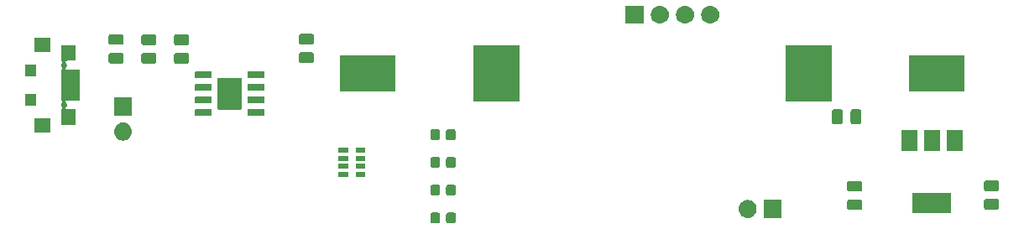
<source format=gbr>
G04 #@! TF.GenerationSoftware,KiCad,Pcbnew,5.1.2*
G04 #@! TF.CreationDate,2019-05-27T08:48:40-05:00*
G04 #@! TF.ProjectId,14500,31343530-302e-46b6-9963-61645f706362,rev?*
G04 #@! TF.SameCoordinates,Original*
G04 #@! TF.FileFunction,Soldermask,Top*
G04 #@! TF.FilePolarity,Negative*
%FSLAX46Y46*%
G04 Gerber Fmt 4.6, Leading zero omitted, Abs format (unit mm)*
G04 Created by KiCad (PCBNEW 5.1.2) date 2019-05-27 08:48:40*
%MOMM*%
%LPD*%
G04 APERTURE LIST*
%ADD10C,0.100000*%
G04 APERTURE END LIST*
D10*
G36*
X155517091Y-76878085D02*
G01*
X155551069Y-76888393D01*
X155582390Y-76905134D01*
X155609839Y-76927661D01*
X155632366Y-76955110D01*
X155649107Y-76986431D01*
X155659415Y-77020409D01*
X155663500Y-77061890D01*
X155663500Y-77738110D01*
X155659415Y-77779591D01*
X155649107Y-77813569D01*
X155632366Y-77844890D01*
X155609839Y-77872339D01*
X155582390Y-77894866D01*
X155551069Y-77911607D01*
X155517091Y-77921915D01*
X155475610Y-77926000D01*
X154874390Y-77926000D01*
X154832909Y-77921915D01*
X154798931Y-77911607D01*
X154767610Y-77894866D01*
X154740161Y-77872339D01*
X154717634Y-77844890D01*
X154700893Y-77813569D01*
X154690585Y-77779591D01*
X154686500Y-77738110D01*
X154686500Y-77061890D01*
X154690585Y-77020409D01*
X154700893Y-76986431D01*
X154717634Y-76955110D01*
X154740161Y-76927661D01*
X154767610Y-76905134D01*
X154798931Y-76888393D01*
X154832909Y-76878085D01*
X154874390Y-76874000D01*
X155475610Y-76874000D01*
X155517091Y-76878085D01*
X155517091Y-76878085D01*
G37*
G36*
X153942091Y-76878085D02*
G01*
X153976069Y-76888393D01*
X154007390Y-76905134D01*
X154034839Y-76927661D01*
X154057366Y-76955110D01*
X154074107Y-76986431D01*
X154084415Y-77020409D01*
X154088500Y-77061890D01*
X154088500Y-77738110D01*
X154084415Y-77779591D01*
X154074107Y-77813569D01*
X154057366Y-77844890D01*
X154034839Y-77872339D01*
X154007390Y-77894866D01*
X153976069Y-77911607D01*
X153942091Y-77921915D01*
X153900610Y-77926000D01*
X153299390Y-77926000D01*
X153257909Y-77921915D01*
X153223931Y-77911607D01*
X153192610Y-77894866D01*
X153165161Y-77872339D01*
X153142634Y-77844890D01*
X153125893Y-77813569D01*
X153115585Y-77779591D01*
X153111500Y-77738110D01*
X153111500Y-77061890D01*
X153115585Y-77020409D01*
X153125893Y-76986431D01*
X153142634Y-76955110D01*
X153165161Y-76927661D01*
X153192610Y-76905134D01*
X153223931Y-76888393D01*
X153257909Y-76878085D01*
X153299390Y-76874000D01*
X153900610Y-76874000D01*
X153942091Y-76878085D01*
X153942091Y-76878085D01*
G37*
G36*
X185210443Y-75605519D02*
G01*
X185276627Y-75612037D01*
X185446466Y-75663557D01*
X185602991Y-75747222D01*
X185638729Y-75776552D01*
X185740186Y-75859814D01*
X185823448Y-75961271D01*
X185852778Y-75997009D01*
X185936443Y-76153534D01*
X185987963Y-76323373D01*
X186005359Y-76500000D01*
X185987963Y-76676627D01*
X185936443Y-76846466D01*
X185852778Y-77002991D01*
X185838483Y-77020409D01*
X185740186Y-77140186D01*
X185638729Y-77223448D01*
X185602991Y-77252778D01*
X185446466Y-77336443D01*
X185276627Y-77387963D01*
X185210442Y-77394482D01*
X185144260Y-77401000D01*
X185055740Y-77401000D01*
X184989558Y-77394482D01*
X184923373Y-77387963D01*
X184753534Y-77336443D01*
X184597009Y-77252778D01*
X184561271Y-77223448D01*
X184459814Y-77140186D01*
X184361517Y-77020409D01*
X184347222Y-77002991D01*
X184263557Y-76846466D01*
X184212037Y-76676627D01*
X184194641Y-76500000D01*
X184212037Y-76323373D01*
X184263557Y-76153534D01*
X184347222Y-75997009D01*
X184376552Y-75961271D01*
X184459814Y-75859814D01*
X184561271Y-75776552D01*
X184597009Y-75747222D01*
X184753534Y-75663557D01*
X184923373Y-75612037D01*
X184989557Y-75605519D01*
X185055740Y-75599000D01*
X185144260Y-75599000D01*
X185210443Y-75605519D01*
X185210443Y-75605519D01*
G37*
G36*
X188541000Y-77401000D02*
G01*
X186739000Y-77401000D01*
X186739000Y-75599000D01*
X188541000Y-75599000D01*
X188541000Y-77401000D01*
X188541000Y-77401000D01*
G37*
G36*
X205651000Y-76951000D02*
G01*
X201749000Y-76951000D01*
X201749000Y-74849000D01*
X205651000Y-74849000D01*
X205651000Y-76951000D01*
X205651000Y-76951000D01*
G37*
G36*
X196484468Y-75541065D02*
G01*
X196523138Y-75552796D01*
X196558777Y-75571846D01*
X196590017Y-75597483D01*
X196615654Y-75628723D01*
X196634704Y-75664362D01*
X196646435Y-75703032D01*
X196651000Y-75749388D01*
X196651000Y-76400612D01*
X196646435Y-76446968D01*
X196634704Y-76485638D01*
X196615654Y-76521277D01*
X196590017Y-76552517D01*
X196558777Y-76578154D01*
X196523138Y-76597204D01*
X196484468Y-76608935D01*
X196438112Y-76613500D01*
X195361888Y-76613500D01*
X195315532Y-76608935D01*
X195276862Y-76597204D01*
X195241223Y-76578154D01*
X195209983Y-76552517D01*
X195184346Y-76521277D01*
X195165296Y-76485638D01*
X195153565Y-76446968D01*
X195149000Y-76400612D01*
X195149000Y-75749388D01*
X195153565Y-75703032D01*
X195165296Y-75664362D01*
X195184346Y-75628723D01*
X195209983Y-75597483D01*
X195241223Y-75571846D01*
X195276862Y-75552796D01*
X195315532Y-75541065D01*
X195361888Y-75536500D01*
X196438112Y-75536500D01*
X196484468Y-75541065D01*
X196484468Y-75541065D01*
G37*
G36*
X210284468Y-75503565D02*
G01*
X210323138Y-75515296D01*
X210358777Y-75534346D01*
X210390017Y-75559983D01*
X210415654Y-75591223D01*
X210434704Y-75626862D01*
X210446435Y-75665532D01*
X210451000Y-75711888D01*
X210451000Y-76363112D01*
X210446435Y-76409468D01*
X210434704Y-76448138D01*
X210415654Y-76483777D01*
X210390017Y-76515017D01*
X210358777Y-76540654D01*
X210323138Y-76559704D01*
X210284468Y-76571435D01*
X210238112Y-76576000D01*
X209161888Y-76576000D01*
X209115532Y-76571435D01*
X209076862Y-76559704D01*
X209041223Y-76540654D01*
X209009983Y-76515017D01*
X208984346Y-76483777D01*
X208965296Y-76448138D01*
X208953565Y-76409468D01*
X208949000Y-76363112D01*
X208949000Y-75711888D01*
X208953565Y-75665532D01*
X208965296Y-75626862D01*
X208984346Y-75591223D01*
X209009983Y-75559983D01*
X209041223Y-75534346D01*
X209076862Y-75515296D01*
X209115532Y-75503565D01*
X209161888Y-75499000D01*
X210238112Y-75499000D01*
X210284468Y-75503565D01*
X210284468Y-75503565D01*
G37*
G36*
X155517091Y-74078085D02*
G01*
X155551069Y-74088393D01*
X155582390Y-74105134D01*
X155609839Y-74127661D01*
X155632366Y-74155110D01*
X155649107Y-74186431D01*
X155659415Y-74220409D01*
X155663500Y-74261890D01*
X155663500Y-74938110D01*
X155659415Y-74979591D01*
X155649107Y-75013569D01*
X155632366Y-75044890D01*
X155609839Y-75072339D01*
X155582390Y-75094866D01*
X155551069Y-75111607D01*
X155517091Y-75121915D01*
X155475610Y-75126000D01*
X154874390Y-75126000D01*
X154832909Y-75121915D01*
X154798931Y-75111607D01*
X154767610Y-75094866D01*
X154740161Y-75072339D01*
X154717634Y-75044890D01*
X154700893Y-75013569D01*
X154690585Y-74979591D01*
X154686500Y-74938110D01*
X154686500Y-74261890D01*
X154690585Y-74220409D01*
X154700893Y-74186431D01*
X154717634Y-74155110D01*
X154740161Y-74127661D01*
X154767610Y-74105134D01*
X154798931Y-74088393D01*
X154832909Y-74078085D01*
X154874390Y-74074000D01*
X155475610Y-74074000D01*
X155517091Y-74078085D01*
X155517091Y-74078085D01*
G37*
G36*
X153942091Y-74078085D02*
G01*
X153976069Y-74088393D01*
X154007390Y-74105134D01*
X154034839Y-74127661D01*
X154057366Y-74155110D01*
X154074107Y-74186431D01*
X154084415Y-74220409D01*
X154088500Y-74261890D01*
X154088500Y-74938110D01*
X154084415Y-74979591D01*
X154074107Y-75013569D01*
X154057366Y-75044890D01*
X154034839Y-75072339D01*
X154007390Y-75094866D01*
X153976069Y-75111607D01*
X153942091Y-75121915D01*
X153900610Y-75126000D01*
X153299390Y-75126000D01*
X153257909Y-75121915D01*
X153223931Y-75111607D01*
X153192610Y-75094866D01*
X153165161Y-75072339D01*
X153142634Y-75044890D01*
X153125893Y-75013569D01*
X153115585Y-74979591D01*
X153111500Y-74938110D01*
X153111500Y-74261890D01*
X153115585Y-74220409D01*
X153125893Y-74186431D01*
X153142634Y-74155110D01*
X153165161Y-74127661D01*
X153192610Y-74105134D01*
X153223931Y-74088393D01*
X153257909Y-74078085D01*
X153299390Y-74074000D01*
X153900610Y-74074000D01*
X153942091Y-74078085D01*
X153942091Y-74078085D01*
G37*
G36*
X196484468Y-73666065D02*
G01*
X196523138Y-73677796D01*
X196558777Y-73696846D01*
X196590017Y-73722483D01*
X196615654Y-73753723D01*
X196634704Y-73789362D01*
X196646435Y-73828032D01*
X196651000Y-73874388D01*
X196651000Y-74525612D01*
X196646435Y-74571968D01*
X196634704Y-74610638D01*
X196615654Y-74646277D01*
X196590017Y-74677517D01*
X196558777Y-74703154D01*
X196523138Y-74722204D01*
X196484468Y-74733935D01*
X196438112Y-74738500D01*
X195361888Y-74738500D01*
X195315532Y-74733935D01*
X195276862Y-74722204D01*
X195241223Y-74703154D01*
X195209983Y-74677517D01*
X195184346Y-74646277D01*
X195165296Y-74610638D01*
X195153565Y-74571968D01*
X195149000Y-74525612D01*
X195149000Y-73874388D01*
X195153565Y-73828032D01*
X195165296Y-73789362D01*
X195184346Y-73753723D01*
X195209983Y-73722483D01*
X195241223Y-73696846D01*
X195276862Y-73677796D01*
X195315532Y-73666065D01*
X195361888Y-73661500D01*
X196438112Y-73661500D01*
X196484468Y-73666065D01*
X196484468Y-73666065D01*
G37*
G36*
X210284468Y-73628565D02*
G01*
X210323138Y-73640296D01*
X210358777Y-73659346D01*
X210390017Y-73684983D01*
X210415654Y-73716223D01*
X210434704Y-73751862D01*
X210446435Y-73790532D01*
X210451000Y-73836888D01*
X210451000Y-74488112D01*
X210446435Y-74534468D01*
X210434704Y-74573138D01*
X210415654Y-74608777D01*
X210390017Y-74640017D01*
X210358777Y-74665654D01*
X210323138Y-74684704D01*
X210284468Y-74696435D01*
X210238112Y-74701000D01*
X209161888Y-74701000D01*
X209115532Y-74696435D01*
X209076862Y-74684704D01*
X209041223Y-74665654D01*
X209009983Y-74640017D01*
X208984346Y-74608777D01*
X208965296Y-74573138D01*
X208953565Y-74534468D01*
X208949000Y-74488112D01*
X208949000Y-73836888D01*
X208953565Y-73790532D01*
X208965296Y-73751862D01*
X208984346Y-73716223D01*
X209009983Y-73684983D01*
X209041223Y-73659346D01*
X209076862Y-73640296D01*
X209115532Y-73628565D01*
X209161888Y-73624000D01*
X210238112Y-73624000D01*
X210284468Y-73628565D01*
X210284468Y-73628565D01*
G37*
G36*
X144851000Y-73251000D02*
G01*
X143849000Y-73251000D01*
X143849000Y-72749000D01*
X144851000Y-72749000D01*
X144851000Y-73251000D01*
X144851000Y-73251000D01*
G37*
G36*
X146551000Y-73251000D02*
G01*
X145549000Y-73251000D01*
X145549000Y-72749000D01*
X146551000Y-72749000D01*
X146551000Y-73251000D01*
X146551000Y-73251000D01*
G37*
G36*
X146551000Y-72451000D02*
G01*
X145549000Y-72451000D01*
X145549000Y-71949000D01*
X146551000Y-71949000D01*
X146551000Y-72451000D01*
X146551000Y-72451000D01*
G37*
G36*
X144851000Y-72451000D02*
G01*
X143849000Y-72451000D01*
X143849000Y-71949000D01*
X144851000Y-71949000D01*
X144851000Y-72451000D01*
X144851000Y-72451000D01*
G37*
G36*
X153942091Y-71278085D02*
G01*
X153976069Y-71288393D01*
X154007390Y-71305134D01*
X154034839Y-71327661D01*
X154057366Y-71355110D01*
X154074107Y-71386431D01*
X154084415Y-71420409D01*
X154088500Y-71461890D01*
X154088500Y-72138110D01*
X154084415Y-72179591D01*
X154074107Y-72213569D01*
X154057366Y-72244890D01*
X154034839Y-72272339D01*
X154007390Y-72294866D01*
X153976069Y-72311607D01*
X153942091Y-72321915D01*
X153900610Y-72326000D01*
X153299390Y-72326000D01*
X153257909Y-72321915D01*
X153223931Y-72311607D01*
X153192610Y-72294866D01*
X153165161Y-72272339D01*
X153142634Y-72244890D01*
X153125893Y-72213569D01*
X153115585Y-72179591D01*
X153111500Y-72138110D01*
X153111500Y-71461890D01*
X153115585Y-71420409D01*
X153125893Y-71386431D01*
X153142634Y-71355110D01*
X153165161Y-71327661D01*
X153192610Y-71305134D01*
X153223931Y-71288393D01*
X153257909Y-71278085D01*
X153299390Y-71274000D01*
X153900610Y-71274000D01*
X153942091Y-71278085D01*
X153942091Y-71278085D01*
G37*
G36*
X155517091Y-71278085D02*
G01*
X155551069Y-71288393D01*
X155582390Y-71305134D01*
X155609839Y-71327661D01*
X155632366Y-71355110D01*
X155649107Y-71386431D01*
X155659415Y-71420409D01*
X155663500Y-71461890D01*
X155663500Y-72138110D01*
X155659415Y-72179591D01*
X155649107Y-72213569D01*
X155632366Y-72244890D01*
X155609839Y-72272339D01*
X155582390Y-72294866D01*
X155551069Y-72311607D01*
X155517091Y-72321915D01*
X155475610Y-72326000D01*
X154874390Y-72326000D01*
X154832909Y-72321915D01*
X154798931Y-72311607D01*
X154767610Y-72294866D01*
X154740161Y-72272339D01*
X154717634Y-72244890D01*
X154700893Y-72213569D01*
X154690585Y-72179591D01*
X154686500Y-72138110D01*
X154686500Y-71461890D01*
X154690585Y-71420409D01*
X154700893Y-71386431D01*
X154717634Y-71355110D01*
X154740161Y-71327661D01*
X154767610Y-71305134D01*
X154798931Y-71288393D01*
X154832909Y-71278085D01*
X154874390Y-71274000D01*
X155475610Y-71274000D01*
X155517091Y-71278085D01*
X155517091Y-71278085D01*
G37*
G36*
X146551000Y-71651000D02*
G01*
X145549000Y-71651000D01*
X145549000Y-71149000D01*
X146551000Y-71149000D01*
X146551000Y-71651000D01*
X146551000Y-71651000D01*
G37*
G36*
X144851000Y-71651000D02*
G01*
X143849000Y-71651000D01*
X143849000Y-71149000D01*
X144851000Y-71149000D01*
X144851000Y-71651000D01*
X144851000Y-71651000D01*
G37*
G36*
X144851000Y-70851000D02*
G01*
X143849000Y-70851000D01*
X143849000Y-70349000D01*
X144851000Y-70349000D01*
X144851000Y-70851000D01*
X144851000Y-70851000D01*
G37*
G36*
X146551000Y-70851000D02*
G01*
X145549000Y-70851000D01*
X145549000Y-70349000D01*
X146551000Y-70349000D01*
X146551000Y-70851000D01*
X146551000Y-70851000D01*
G37*
G36*
X206801000Y-70651000D02*
G01*
X205199000Y-70651000D01*
X205199000Y-68549000D01*
X206801000Y-68549000D01*
X206801000Y-70651000D01*
X206801000Y-70651000D01*
G37*
G36*
X202201000Y-70651000D02*
G01*
X200599000Y-70651000D01*
X200599000Y-68549000D01*
X202201000Y-68549000D01*
X202201000Y-70651000D01*
X202201000Y-70651000D01*
G37*
G36*
X204501000Y-70651000D02*
G01*
X202899000Y-70651000D01*
X202899000Y-68549000D01*
X204501000Y-68549000D01*
X204501000Y-70651000D01*
X204501000Y-70651000D01*
G37*
G36*
X122210443Y-67805519D02*
G01*
X122276627Y-67812037D01*
X122446466Y-67863557D01*
X122602991Y-67947222D01*
X122607594Y-67951000D01*
X122740186Y-68059814D01*
X122823448Y-68161271D01*
X122852778Y-68197009D01*
X122936443Y-68353534D01*
X122987963Y-68523373D01*
X123005359Y-68700000D01*
X122987963Y-68876627D01*
X122936443Y-69046466D01*
X122852778Y-69202991D01*
X122823448Y-69238729D01*
X122740186Y-69340186D01*
X122638729Y-69423448D01*
X122602991Y-69452778D01*
X122446466Y-69536443D01*
X122276627Y-69587963D01*
X122210442Y-69594482D01*
X122144260Y-69601000D01*
X122055740Y-69601000D01*
X121989558Y-69594482D01*
X121923373Y-69587963D01*
X121753534Y-69536443D01*
X121597009Y-69452778D01*
X121561271Y-69423448D01*
X121459814Y-69340186D01*
X121376552Y-69238729D01*
X121347222Y-69202991D01*
X121263557Y-69046466D01*
X121212037Y-68876627D01*
X121194641Y-68700000D01*
X121212037Y-68523373D01*
X121263557Y-68353534D01*
X121347222Y-68197009D01*
X121376552Y-68161271D01*
X121459814Y-68059814D01*
X121592406Y-67951000D01*
X121597009Y-67947222D01*
X121753534Y-67863557D01*
X121923373Y-67812037D01*
X121989557Y-67805519D01*
X122055740Y-67799000D01*
X122144260Y-67799000D01*
X122210443Y-67805519D01*
X122210443Y-67805519D01*
G37*
G36*
X153929591Y-68478085D02*
G01*
X153963569Y-68488393D01*
X153994890Y-68505134D01*
X154022339Y-68527661D01*
X154044866Y-68555110D01*
X154061607Y-68586431D01*
X154071915Y-68620409D01*
X154076000Y-68661890D01*
X154076000Y-69338110D01*
X154071915Y-69379591D01*
X154061607Y-69413569D01*
X154044866Y-69444890D01*
X154022339Y-69472339D01*
X153994890Y-69494866D01*
X153963569Y-69511607D01*
X153929591Y-69521915D01*
X153888110Y-69526000D01*
X153286890Y-69526000D01*
X153245409Y-69521915D01*
X153211431Y-69511607D01*
X153180110Y-69494866D01*
X153152661Y-69472339D01*
X153130134Y-69444890D01*
X153113393Y-69413569D01*
X153103085Y-69379591D01*
X153099000Y-69338110D01*
X153099000Y-68661890D01*
X153103085Y-68620409D01*
X153113393Y-68586431D01*
X153130134Y-68555110D01*
X153152661Y-68527661D01*
X153180110Y-68505134D01*
X153211431Y-68488393D01*
X153245409Y-68478085D01*
X153286890Y-68474000D01*
X153888110Y-68474000D01*
X153929591Y-68478085D01*
X153929591Y-68478085D01*
G37*
G36*
X155504591Y-68478085D02*
G01*
X155538569Y-68488393D01*
X155569890Y-68505134D01*
X155597339Y-68527661D01*
X155619866Y-68555110D01*
X155636607Y-68586431D01*
X155646915Y-68620409D01*
X155651000Y-68661890D01*
X155651000Y-69338110D01*
X155646915Y-69379591D01*
X155636607Y-69413569D01*
X155619866Y-69444890D01*
X155597339Y-69472339D01*
X155569890Y-69494866D01*
X155538569Y-69511607D01*
X155504591Y-69521915D01*
X155463110Y-69526000D01*
X154861890Y-69526000D01*
X154820409Y-69521915D01*
X154786431Y-69511607D01*
X154755110Y-69494866D01*
X154727661Y-69472339D01*
X154705134Y-69444890D01*
X154688393Y-69413569D01*
X154678085Y-69379591D01*
X154674000Y-69338110D01*
X154674000Y-68661890D01*
X154678085Y-68620409D01*
X154688393Y-68586431D01*
X154705134Y-68555110D01*
X154727661Y-68527661D01*
X154755110Y-68505134D01*
X154786431Y-68488393D01*
X154820409Y-68478085D01*
X154861890Y-68474000D01*
X155463110Y-68474000D01*
X155504591Y-68478085D01*
X155504591Y-68478085D01*
G37*
G36*
X114731000Y-68801000D02*
G01*
X113129000Y-68801000D01*
X113129000Y-67349000D01*
X114731000Y-67349000D01*
X114731000Y-68801000D01*
X114731000Y-68801000D01*
G37*
G36*
X117351000Y-61551000D02*
G01*
X116428452Y-61551000D01*
X116404066Y-61553402D01*
X116380617Y-61560515D01*
X116359006Y-61572066D01*
X116340064Y-61587611D01*
X116324519Y-61606553D01*
X116312968Y-61628164D01*
X116305855Y-61651613D01*
X116303453Y-61675999D01*
X116305855Y-61700385D01*
X116312968Y-61723834D01*
X116324519Y-61745445D01*
X116340064Y-61764387D01*
X116341873Y-61766196D01*
X116341876Y-61766198D01*
X116383802Y-61808124D01*
X116400641Y-61833326D01*
X116416743Y-61857425D01*
X116439433Y-61912203D01*
X116451000Y-61970353D01*
X116451000Y-62029647D01*
X116439433Y-62087797D01*
X116416743Y-62142575D01*
X116416742Y-62142577D01*
X116383802Y-62191876D01*
X116341876Y-62233802D01*
X116341873Y-62233804D01*
X116340064Y-62235613D01*
X116324519Y-62254555D01*
X116312968Y-62276166D01*
X116305855Y-62299615D01*
X116303453Y-62324001D01*
X116305855Y-62348387D01*
X116312968Y-62371836D01*
X116324519Y-62393447D01*
X116340064Y-62412389D01*
X116359006Y-62427934D01*
X116380617Y-62439485D01*
X116404066Y-62446598D01*
X116428452Y-62449000D01*
X117751000Y-62449000D01*
X117751000Y-65551000D01*
X116428452Y-65551000D01*
X116404066Y-65553402D01*
X116380617Y-65560515D01*
X116359006Y-65572066D01*
X116340064Y-65587611D01*
X116324519Y-65606553D01*
X116312968Y-65628164D01*
X116305855Y-65651613D01*
X116303453Y-65675999D01*
X116305855Y-65700385D01*
X116312968Y-65723834D01*
X116324519Y-65745445D01*
X116340064Y-65764387D01*
X116341873Y-65766196D01*
X116341876Y-65766198D01*
X116383802Y-65808124D01*
X116412450Y-65851000D01*
X116416743Y-65857425D01*
X116439433Y-65912203D01*
X116451000Y-65970353D01*
X116451000Y-66029647D01*
X116439433Y-66087797D01*
X116433964Y-66101000D01*
X116416742Y-66142577D01*
X116383802Y-66191876D01*
X116341876Y-66233802D01*
X116341873Y-66233804D01*
X116340064Y-66235613D01*
X116324519Y-66254555D01*
X116312968Y-66276166D01*
X116305855Y-66299615D01*
X116303453Y-66324001D01*
X116305855Y-66348387D01*
X116312968Y-66371836D01*
X116324519Y-66393447D01*
X116340064Y-66412389D01*
X116359006Y-66427934D01*
X116380617Y-66439485D01*
X116404066Y-66446598D01*
X116428452Y-66449000D01*
X117351000Y-66449000D01*
X117351000Y-68051000D01*
X115849000Y-68051000D01*
X115849000Y-66449000D01*
X115871548Y-66449000D01*
X115895934Y-66446598D01*
X115919383Y-66439485D01*
X115940994Y-66427934D01*
X115959936Y-66412389D01*
X115975481Y-66393447D01*
X115987032Y-66371836D01*
X115994145Y-66348387D01*
X115996547Y-66324001D01*
X115994145Y-66299615D01*
X115987032Y-66276166D01*
X115975481Y-66254555D01*
X115959936Y-66235613D01*
X115958127Y-66233804D01*
X115958124Y-66233802D01*
X115916198Y-66191876D01*
X115883258Y-66142577D01*
X115866036Y-66101000D01*
X115860567Y-66087797D01*
X115849000Y-66029647D01*
X115849000Y-65970353D01*
X115860567Y-65912203D01*
X115883257Y-65857425D01*
X115887550Y-65851000D01*
X115916198Y-65808124D01*
X115958124Y-65766198D01*
X115958127Y-65766196D01*
X115959936Y-65764387D01*
X115975481Y-65745445D01*
X115987032Y-65723834D01*
X115994145Y-65700385D01*
X115996547Y-65675999D01*
X115994145Y-65651613D01*
X115987032Y-65628164D01*
X115975481Y-65606553D01*
X115959936Y-65587611D01*
X115940994Y-65572066D01*
X115919383Y-65560515D01*
X115895934Y-65553402D01*
X115871548Y-65551000D01*
X115849000Y-65551000D01*
X115849000Y-62449000D01*
X115871548Y-62449000D01*
X115895934Y-62446598D01*
X115919383Y-62439485D01*
X115940994Y-62427934D01*
X115959936Y-62412389D01*
X115975481Y-62393447D01*
X115987032Y-62371836D01*
X115994145Y-62348387D01*
X115996547Y-62324001D01*
X115994145Y-62299615D01*
X115987032Y-62276166D01*
X115975481Y-62254555D01*
X115959936Y-62235613D01*
X115958127Y-62233804D01*
X115958124Y-62233802D01*
X115916198Y-62191876D01*
X115883258Y-62142577D01*
X115883257Y-62142575D01*
X115860567Y-62087797D01*
X115849000Y-62029647D01*
X115849000Y-61970353D01*
X115860567Y-61912203D01*
X115883257Y-61857425D01*
X115899359Y-61833326D01*
X115916198Y-61808124D01*
X115958124Y-61766198D01*
X115958127Y-61766196D01*
X115959936Y-61764387D01*
X115975481Y-61745445D01*
X115987032Y-61723834D01*
X115994145Y-61700385D01*
X115996547Y-61675999D01*
X115994145Y-61651613D01*
X115987032Y-61628164D01*
X115975481Y-61606553D01*
X115959936Y-61587611D01*
X115940994Y-61572066D01*
X115919383Y-61560515D01*
X115895934Y-61553402D01*
X115871548Y-61551000D01*
X115849000Y-61551000D01*
X115849000Y-59949000D01*
X117351000Y-59949000D01*
X117351000Y-61551000D01*
X117351000Y-61551000D01*
G37*
G36*
X196409468Y-66453565D02*
G01*
X196448138Y-66465296D01*
X196483777Y-66484346D01*
X196515017Y-66509983D01*
X196540654Y-66541223D01*
X196559704Y-66576862D01*
X196571435Y-66615532D01*
X196576000Y-66661888D01*
X196576000Y-67738112D01*
X196571435Y-67784468D01*
X196559704Y-67823138D01*
X196540654Y-67858777D01*
X196515017Y-67890017D01*
X196483777Y-67915654D01*
X196448138Y-67934704D01*
X196409468Y-67946435D01*
X196363112Y-67951000D01*
X195711888Y-67951000D01*
X195665532Y-67946435D01*
X195626862Y-67934704D01*
X195591223Y-67915654D01*
X195559983Y-67890017D01*
X195534346Y-67858777D01*
X195515296Y-67823138D01*
X195503565Y-67784468D01*
X195499000Y-67738112D01*
X195499000Y-66661888D01*
X195503565Y-66615532D01*
X195515296Y-66576862D01*
X195534346Y-66541223D01*
X195559983Y-66509983D01*
X195591223Y-66484346D01*
X195626862Y-66465296D01*
X195665532Y-66453565D01*
X195711888Y-66449000D01*
X196363112Y-66449000D01*
X196409468Y-66453565D01*
X196409468Y-66453565D01*
G37*
G36*
X194534468Y-66453565D02*
G01*
X194573138Y-66465296D01*
X194608777Y-66484346D01*
X194640017Y-66509983D01*
X194665654Y-66541223D01*
X194684704Y-66576862D01*
X194696435Y-66615532D01*
X194701000Y-66661888D01*
X194701000Y-67738112D01*
X194696435Y-67784468D01*
X194684704Y-67823138D01*
X194665654Y-67858777D01*
X194640017Y-67890017D01*
X194608777Y-67915654D01*
X194573138Y-67934704D01*
X194534468Y-67946435D01*
X194488112Y-67951000D01*
X193836888Y-67951000D01*
X193790532Y-67946435D01*
X193751862Y-67934704D01*
X193716223Y-67915654D01*
X193684983Y-67890017D01*
X193659346Y-67858777D01*
X193640296Y-67823138D01*
X193628565Y-67784468D01*
X193624000Y-67738112D01*
X193624000Y-66661888D01*
X193628565Y-66615532D01*
X193640296Y-66576862D01*
X193659346Y-66541223D01*
X193684983Y-66509983D01*
X193716223Y-66484346D01*
X193751862Y-66465296D01*
X193790532Y-66453565D01*
X193836888Y-66449000D01*
X194488112Y-66449000D01*
X194534468Y-66453565D01*
X194534468Y-66453565D01*
G37*
G36*
X136259928Y-66421764D02*
G01*
X136281009Y-66428160D01*
X136300445Y-66438548D01*
X136317476Y-66452524D01*
X136331452Y-66469555D01*
X136341840Y-66488991D01*
X136348236Y-66510072D01*
X136351000Y-66538140D01*
X136351000Y-67001860D01*
X136348236Y-67029928D01*
X136341840Y-67051009D01*
X136331452Y-67070445D01*
X136317476Y-67087476D01*
X136300445Y-67101452D01*
X136281009Y-67111840D01*
X136259928Y-67118236D01*
X136231860Y-67121000D01*
X134768140Y-67121000D01*
X134740072Y-67118236D01*
X134718991Y-67111840D01*
X134699555Y-67101452D01*
X134682524Y-67087476D01*
X134668548Y-67070445D01*
X134658160Y-67051009D01*
X134651764Y-67029928D01*
X134649000Y-67001860D01*
X134649000Y-66538140D01*
X134651764Y-66510072D01*
X134658160Y-66488991D01*
X134668548Y-66469555D01*
X134682524Y-66452524D01*
X134699555Y-66438548D01*
X134718991Y-66428160D01*
X134740072Y-66421764D01*
X134768140Y-66419000D01*
X136231860Y-66419000D01*
X136259928Y-66421764D01*
X136259928Y-66421764D01*
G37*
G36*
X130959928Y-66421764D02*
G01*
X130981009Y-66428160D01*
X131000445Y-66438548D01*
X131017476Y-66452524D01*
X131031452Y-66469555D01*
X131041840Y-66488991D01*
X131048236Y-66510072D01*
X131051000Y-66538140D01*
X131051000Y-67001860D01*
X131048236Y-67029928D01*
X131041840Y-67051009D01*
X131031452Y-67070445D01*
X131017476Y-67087476D01*
X131000445Y-67101452D01*
X130981009Y-67111840D01*
X130959928Y-67118236D01*
X130931860Y-67121000D01*
X129468140Y-67121000D01*
X129440072Y-67118236D01*
X129418991Y-67111840D01*
X129399555Y-67101452D01*
X129382524Y-67087476D01*
X129368548Y-67070445D01*
X129358160Y-67051009D01*
X129351764Y-67029928D01*
X129349000Y-67001860D01*
X129349000Y-66538140D01*
X129351764Y-66510072D01*
X129358160Y-66488991D01*
X129368548Y-66469555D01*
X129382524Y-66452524D01*
X129399555Y-66438548D01*
X129418991Y-66428160D01*
X129440072Y-66421764D01*
X129468140Y-66419000D01*
X130931860Y-66419000D01*
X130959928Y-66421764D01*
X130959928Y-66421764D01*
G37*
G36*
X123001000Y-67061000D02*
G01*
X121199000Y-67061000D01*
X121199000Y-65259000D01*
X123001000Y-65259000D01*
X123001000Y-67061000D01*
X123001000Y-67061000D01*
G37*
G36*
X133975877Y-63267696D02*
G01*
X134006062Y-63276853D01*
X134033883Y-63291723D01*
X134058266Y-63311734D01*
X134078277Y-63336117D01*
X134093147Y-63363938D01*
X134102304Y-63394123D01*
X134106000Y-63431652D01*
X134106000Y-66298348D01*
X134102304Y-66335877D01*
X134093147Y-66366062D01*
X134078277Y-66393883D01*
X134058266Y-66418266D01*
X134033883Y-66438277D01*
X134006062Y-66453147D01*
X133975877Y-66462304D01*
X133938348Y-66466000D01*
X131761652Y-66466000D01*
X131724123Y-66462304D01*
X131693938Y-66453147D01*
X131666117Y-66438277D01*
X131641734Y-66418266D01*
X131621723Y-66393883D01*
X131606853Y-66366062D01*
X131597696Y-66335877D01*
X131594000Y-66298348D01*
X131594000Y-63431652D01*
X131597696Y-63394123D01*
X131606853Y-63363938D01*
X131621723Y-63336117D01*
X131641734Y-63311734D01*
X131666117Y-63291723D01*
X131693938Y-63276853D01*
X131724123Y-63267696D01*
X131761652Y-63264000D01*
X133938348Y-63264000D01*
X133975877Y-63267696D01*
X133975877Y-63267696D01*
G37*
G36*
X113301000Y-66101000D02*
G01*
X112199000Y-66101000D01*
X112199000Y-64899000D01*
X113301000Y-64899000D01*
X113301000Y-66101000D01*
X113301000Y-66101000D01*
G37*
G36*
X130959928Y-65151764D02*
G01*
X130981009Y-65158160D01*
X131000445Y-65168548D01*
X131017476Y-65182524D01*
X131031452Y-65199555D01*
X131041840Y-65218991D01*
X131048236Y-65240072D01*
X131051000Y-65268140D01*
X131051000Y-65731860D01*
X131048236Y-65759928D01*
X131041840Y-65781009D01*
X131031452Y-65800445D01*
X131017476Y-65817476D01*
X131000445Y-65831452D01*
X130981009Y-65841840D01*
X130959928Y-65848236D01*
X130931860Y-65851000D01*
X129468140Y-65851000D01*
X129440072Y-65848236D01*
X129418991Y-65841840D01*
X129399555Y-65831452D01*
X129382524Y-65817476D01*
X129368548Y-65800445D01*
X129358160Y-65781009D01*
X129351764Y-65759928D01*
X129349000Y-65731860D01*
X129349000Y-65268140D01*
X129351764Y-65240072D01*
X129358160Y-65218991D01*
X129368548Y-65199555D01*
X129382524Y-65182524D01*
X129399555Y-65168548D01*
X129418991Y-65158160D01*
X129440072Y-65151764D01*
X129468140Y-65149000D01*
X130931860Y-65149000D01*
X130959928Y-65151764D01*
X130959928Y-65151764D01*
G37*
G36*
X136259928Y-65151764D02*
G01*
X136281009Y-65158160D01*
X136300445Y-65168548D01*
X136317476Y-65182524D01*
X136331452Y-65199555D01*
X136341840Y-65218991D01*
X136348236Y-65240072D01*
X136351000Y-65268140D01*
X136351000Y-65731860D01*
X136348236Y-65759928D01*
X136341840Y-65781009D01*
X136331452Y-65800445D01*
X136317476Y-65817476D01*
X136300445Y-65831452D01*
X136281009Y-65841840D01*
X136259928Y-65848236D01*
X136231860Y-65851000D01*
X134768140Y-65851000D01*
X134740072Y-65848236D01*
X134718991Y-65841840D01*
X134699555Y-65831452D01*
X134682524Y-65817476D01*
X134668548Y-65800445D01*
X134658160Y-65781009D01*
X134651764Y-65759928D01*
X134649000Y-65731860D01*
X134649000Y-65268140D01*
X134651764Y-65240072D01*
X134658160Y-65218991D01*
X134668548Y-65199555D01*
X134682524Y-65182524D01*
X134699555Y-65168548D01*
X134718991Y-65158160D01*
X134740072Y-65151764D01*
X134768140Y-65149000D01*
X136231860Y-65149000D01*
X136259928Y-65151764D01*
X136259928Y-65151764D01*
G37*
G36*
X162076000Y-65626000D02*
G01*
X157474000Y-65626000D01*
X157474000Y-60024000D01*
X162076000Y-60024000D01*
X162076000Y-65626000D01*
X162076000Y-65626000D01*
G37*
G36*
X193576000Y-65626000D02*
G01*
X188974000Y-65626000D01*
X188974000Y-60024000D01*
X193576000Y-60024000D01*
X193576000Y-65626000D01*
X193576000Y-65626000D01*
G37*
G36*
X149601000Y-64601000D02*
G01*
X143999000Y-64601000D01*
X143999000Y-60999000D01*
X149601000Y-60999000D01*
X149601000Y-64601000D01*
X149601000Y-64601000D01*
G37*
G36*
X207001000Y-64601000D02*
G01*
X201399000Y-64601000D01*
X201399000Y-60999000D01*
X207001000Y-60999000D01*
X207001000Y-64601000D01*
X207001000Y-64601000D01*
G37*
G36*
X136259928Y-63881764D02*
G01*
X136281009Y-63888160D01*
X136300445Y-63898548D01*
X136317476Y-63912524D01*
X136331452Y-63929555D01*
X136341840Y-63948991D01*
X136348236Y-63970072D01*
X136351000Y-63998140D01*
X136351000Y-64461860D01*
X136348236Y-64489928D01*
X136341840Y-64511009D01*
X136331452Y-64530445D01*
X136317476Y-64547476D01*
X136300445Y-64561452D01*
X136281009Y-64571840D01*
X136259928Y-64578236D01*
X136231860Y-64581000D01*
X134768140Y-64581000D01*
X134740072Y-64578236D01*
X134718991Y-64571840D01*
X134699555Y-64561452D01*
X134682524Y-64547476D01*
X134668548Y-64530445D01*
X134658160Y-64511009D01*
X134651764Y-64489928D01*
X134649000Y-64461860D01*
X134649000Y-63998140D01*
X134651764Y-63970072D01*
X134658160Y-63948991D01*
X134668548Y-63929555D01*
X134682524Y-63912524D01*
X134699555Y-63898548D01*
X134718991Y-63888160D01*
X134740072Y-63881764D01*
X134768140Y-63879000D01*
X136231860Y-63879000D01*
X136259928Y-63881764D01*
X136259928Y-63881764D01*
G37*
G36*
X130959928Y-63881764D02*
G01*
X130981009Y-63888160D01*
X131000445Y-63898548D01*
X131017476Y-63912524D01*
X131031452Y-63929555D01*
X131041840Y-63948991D01*
X131048236Y-63970072D01*
X131051000Y-63998140D01*
X131051000Y-64461860D01*
X131048236Y-64489928D01*
X131041840Y-64511009D01*
X131031452Y-64530445D01*
X131017476Y-64547476D01*
X131000445Y-64561452D01*
X130981009Y-64571840D01*
X130959928Y-64578236D01*
X130931860Y-64581000D01*
X129468140Y-64581000D01*
X129440072Y-64578236D01*
X129418991Y-64571840D01*
X129399555Y-64561452D01*
X129382524Y-64547476D01*
X129368548Y-64530445D01*
X129358160Y-64511009D01*
X129351764Y-64489928D01*
X129349000Y-64461860D01*
X129349000Y-63998140D01*
X129351764Y-63970072D01*
X129358160Y-63948991D01*
X129368548Y-63929555D01*
X129382524Y-63912524D01*
X129399555Y-63898548D01*
X129418991Y-63888160D01*
X129440072Y-63881764D01*
X129468140Y-63879000D01*
X130931860Y-63879000D01*
X130959928Y-63881764D01*
X130959928Y-63881764D01*
G37*
G36*
X130959928Y-62611764D02*
G01*
X130981009Y-62618160D01*
X131000445Y-62628548D01*
X131017476Y-62642524D01*
X131031452Y-62659555D01*
X131041840Y-62678991D01*
X131048236Y-62700072D01*
X131051000Y-62728140D01*
X131051000Y-63191860D01*
X131048236Y-63219928D01*
X131041840Y-63241009D01*
X131031452Y-63260445D01*
X131017476Y-63277476D01*
X131000445Y-63291452D01*
X130981009Y-63301840D01*
X130959928Y-63308236D01*
X130931860Y-63311000D01*
X129468140Y-63311000D01*
X129440072Y-63308236D01*
X129418991Y-63301840D01*
X129399555Y-63291452D01*
X129382524Y-63277476D01*
X129368548Y-63260445D01*
X129358160Y-63241009D01*
X129351764Y-63219928D01*
X129349000Y-63191860D01*
X129349000Y-62728140D01*
X129351764Y-62700072D01*
X129358160Y-62678991D01*
X129368548Y-62659555D01*
X129382524Y-62642524D01*
X129399555Y-62628548D01*
X129418991Y-62618160D01*
X129440072Y-62611764D01*
X129468140Y-62609000D01*
X130931860Y-62609000D01*
X130959928Y-62611764D01*
X130959928Y-62611764D01*
G37*
G36*
X136259928Y-62611764D02*
G01*
X136281009Y-62618160D01*
X136300445Y-62628548D01*
X136317476Y-62642524D01*
X136331452Y-62659555D01*
X136341840Y-62678991D01*
X136348236Y-62700072D01*
X136351000Y-62728140D01*
X136351000Y-63191860D01*
X136348236Y-63219928D01*
X136341840Y-63241009D01*
X136331452Y-63260445D01*
X136317476Y-63277476D01*
X136300445Y-63291452D01*
X136281009Y-63301840D01*
X136259928Y-63308236D01*
X136231860Y-63311000D01*
X134768140Y-63311000D01*
X134740072Y-63308236D01*
X134718991Y-63301840D01*
X134699555Y-63291452D01*
X134682524Y-63277476D01*
X134668548Y-63260445D01*
X134658160Y-63241009D01*
X134651764Y-63219928D01*
X134649000Y-63191860D01*
X134649000Y-62728140D01*
X134651764Y-62700072D01*
X134658160Y-62678991D01*
X134668548Y-62659555D01*
X134682524Y-62642524D01*
X134699555Y-62628548D01*
X134718991Y-62618160D01*
X134740072Y-62611764D01*
X134768140Y-62609000D01*
X136231860Y-62609000D01*
X136259928Y-62611764D01*
X136259928Y-62611764D01*
G37*
G36*
X113301000Y-63101000D02*
G01*
X112199000Y-63101000D01*
X112199000Y-61899000D01*
X113301000Y-61899000D01*
X113301000Y-63101000D01*
X113301000Y-63101000D01*
G37*
G36*
X128584468Y-60766065D02*
G01*
X128623138Y-60777796D01*
X128658777Y-60796846D01*
X128690017Y-60822483D01*
X128715654Y-60853723D01*
X128734704Y-60889362D01*
X128746435Y-60928032D01*
X128751000Y-60974388D01*
X128751000Y-61625612D01*
X128746435Y-61671968D01*
X128734704Y-61710638D01*
X128715654Y-61746277D01*
X128690017Y-61777517D01*
X128658777Y-61803154D01*
X128623138Y-61822204D01*
X128584468Y-61833935D01*
X128538112Y-61838500D01*
X127461888Y-61838500D01*
X127415532Y-61833935D01*
X127376862Y-61822204D01*
X127341223Y-61803154D01*
X127309983Y-61777517D01*
X127284346Y-61746277D01*
X127265296Y-61710638D01*
X127253565Y-61671968D01*
X127249000Y-61625612D01*
X127249000Y-60974388D01*
X127253565Y-60928032D01*
X127265296Y-60889362D01*
X127284346Y-60853723D01*
X127309983Y-60822483D01*
X127341223Y-60796846D01*
X127376862Y-60777796D01*
X127415532Y-60766065D01*
X127461888Y-60761500D01*
X128538112Y-60761500D01*
X128584468Y-60766065D01*
X128584468Y-60766065D01*
G37*
G36*
X125284468Y-60766065D02*
G01*
X125323138Y-60777796D01*
X125358777Y-60796846D01*
X125390017Y-60822483D01*
X125415654Y-60853723D01*
X125434704Y-60889362D01*
X125446435Y-60928032D01*
X125451000Y-60974388D01*
X125451000Y-61625612D01*
X125446435Y-61671968D01*
X125434704Y-61710638D01*
X125415654Y-61746277D01*
X125390017Y-61777517D01*
X125358777Y-61803154D01*
X125323138Y-61822204D01*
X125284468Y-61833935D01*
X125238112Y-61838500D01*
X124161888Y-61838500D01*
X124115532Y-61833935D01*
X124076862Y-61822204D01*
X124041223Y-61803154D01*
X124009983Y-61777517D01*
X123984346Y-61746277D01*
X123965296Y-61710638D01*
X123953565Y-61671968D01*
X123949000Y-61625612D01*
X123949000Y-60974388D01*
X123953565Y-60928032D01*
X123965296Y-60889362D01*
X123984346Y-60853723D01*
X124009983Y-60822483D01*
X124041223Y-60796846D01*
X124076862Y-60777796D01*
X124115532Y-60766065D01*
X124161888Y-60761500D01*
X125238112Y-60761500D01*
X125284468Y-60766065D01*
X125284468Y-60766065D01*
G37*
G36*
X121984468Y-60741065D02*
G01*
X122023138Y-60752796D01*
X122058777Y-60771846D01*
X122090017Y-60797483D01*
X122115654Y-60828723D01*
X122134704Y-60864362D01*
X122146435Y-60903032D01*
X122151000Y-60949388D01*
X122151000Y-61600612D01*
X122146435Y-61646968D01*
X122134704Y-61685638D01*
X122115654Y-61721277D01*
X122090017Y-61752517D01*
X122058777Y-61778154D01*
X122023138Y-61797204D01*
X121984468Y-61808935D01*
X121938112Y-61813500D01*
X120861888Y-61813500D01*
X120815532Y-61808935D01*
X120776862Y-61797204D01*
X120741223Y-61778154D01*
X120709983Y-61752517D01*
X120684346Y-61721277D01*
X120665296Y-61685638D01*
X120653565Y-61646968D01*
X120649000Y-61600612D01*
X120649000Y-60949388D01*
X120653565Y-60903032D01*
X120665296Y-60864362D01*
X120684346Y-60828723D01*
X120709983Y-60797483D01*
X120741223Y-60771846D01*
X120776862Y-60752796D01*
X120815532Y-60741065D01*
X120861888Y-60736500D01*
X121938112Y-60736500D01*
X121984468Y-60741065D01*
X121984468Y-60741065D01*
G37*
G36*
X141184468Y-60703565D02*
G01*
X141223138Y-60715296D01*
X141258777Y-60734346D01*
X141290017Y-60759983D01*
X141315654Y-60791223D01*
X141334704Y-60826862D01*
X141346435Y-60865532D01*
X141351000Y-60911888D01*
X141351000Y-61563112D01*
X141346435Y-61609468D01*
X141334704Y-61648138D01*
X141315654Y-61683777D01*
X141290017Y-61715017D01*
X141258777Y-61740654D01*
X141223138Y-61759704D01*
X141184468Y-61771435D01*
X141138112Y-61776000D01*
X140061888Y-61776000D01*
X140015532Y-61771435D01*
X139976862Y-61759704D01*
X139941223Y-61740654D01*
X139909983Y-61715017D01*
X139884346Y-61683777D01*
X139865296Y-61648138D01*
X139853565Y-61609468D01*
X139849000Y-61563112D01*
X139849000Y-60911888D01*
X139853565Y-60865532D01*
X139865296Y-60826862D01*
X139884346Y-60791223D01*
X139909983Y-60759983D01*
X139941223Y-60734346D01*
X139976862Y-60715296D01*
X140015532Y-60703565D01*
X140061888Y-60699000D01*
X141138112Y-60699000D01*
X141184468Y-60703565D01*
X141184468Y-60703565D01*
G37*
G36*
X114731000Y-60651000D02*
G01*
X113129000Y-60651000D01*
X113129000Y-59199000D01*
X114731000Y-59199000D01*
X114731000Y-60651000D01*
X114731000Y-60651000D01*
G37*
G36*
X125284468Y-58891065D02*
G01*
X125323138Y-58902796D01*
X125358777Y-58921846D01*
X125390017Y-58947483D01*
X125415654Y-58978723D01*
X125434704Y-59014362D01*
X125446435Y-59053032D01*
X125451000Y-59099388D01*
X125451000Y-59750612D01*
X125446435Y-59796968D01*
X125434704Y-59835638D01*
X125415654Y-59871277D01*
X125390017Y-59902517D01*
X125358777Y-59928154D01*
X125323138Y-59947204D01*
X125284468Y-59958935D01*
X125238112Y-59963500D01*
X124161888Y-59963500D01*
X124115532Y-59958935D01*
X124076862Y-59947204D01*
X124041223Y-59928154D01*
X124009983Y-59902517D01*
X123984346Y-59871277D01*
X123965296Y-59835638D01*
X123953565Y-59796968D01*
X123949000Y-59750612D01*
X123949000Y-59099388D01*
X123953565Y-59053032D01*
X123965296Y-59014362D01*
X123984346Y-58978723D01*
X124009983Y-58947483D01*
X124041223Y-58921846D01*
X124076862Y-58902796D01*
X124115532Y-58891065D01*
X124161888Y-58886500D01*
X125238112Y-58886500D01*
X125284468Y-58891065D01*
X125284468Y-58891065D01*
G37*
G36*
X128584468Y-58891065D02*
G01*
X128623138Y-58902796D01*
X128658777Y-58921846D01*
X128690017Y-58947483D01*
X128715654Y-58978723D01*
X128734704Y-59014362D01*
X128746435Y-59053032D01*
X128751000Y-59099388D01*
X128751000Y-59750612D01*
X128746435Y-59796968D01*
X128734704Y-59835638D01*
X128715654Y-59871277D01*
X128690017Y-59902517D01*
X128658777Y-59928154D01*
X128623138Y-59947204D01*
X128584468Y-59958935D01*
X128538112Y-59963500D01*
X127461888Y-59963500D01*
X127415532Y-59958935D01*
X127376862Y-59947204D01*
X127341223Y-59928154D01*
X127309983Y-59902517D01*
X127284346Y-59871277D01*
X127265296Y-59835638D01*
X127253565Y-59796968D01*
X127249000Y-59750612D01*
X127249000Y-59099388D01*
X127253565Y-59053032D01*
X127265296Y-59014362D01*
X127284346Y-58978723D01*
X127309983Y-58947483D01*
X127341223Y-58921846D01*
X127376862Y-58902796D01*
X127415532Y-58891065D01*
X127461888Y-58886500D01*
X128538112Y-58886500D01*
X128584468Y-58891065D01*
X128584468Y-58891065D01*
G37*
G36*
X121984468Y-58866065D02*
G01*
X122023138Y-58877796D01*
X122058777Y-58896846D01*
X122090017Y-58922483D01*
X122115654Y-58953723D01*
X122134704Y-58989362D01*
X122146435Y-59028032D01*
X122151000Y-59074388D01*
X122151000Y-59725612D01*
X122146435Y-59771968D01*
X122134704Y-59810638D01*
X122115654Y-59846277D01*
X122090017Y-59877517D01*
X122058777Y-59903154D01*
X122023138Y-59922204D01*
X121984468Y-59933935D01*
X121938112Y-59938500D01*
X120861888Y-59938500D01*
X120815532Y-59933935D01*
X120776862Y-59922204D01*
X120741223Y-59903154D01*
X120709983Y-59877517D01*
X120684346Y-59846277D01*
X120665296Y-59810638D01*
X120653565Y-59771968D01*
X120649000Y-59725612D01*
X120649000Y-59074388D01*
X120653565Y-59028032D01*
X120665296Y-58989362D01*
X120684346Y-58953723D01*
X120709983Y-58922483D01*
X120741223Y-58896846D01*
X120776862Y-58877796D01*
X120815532Y-58866065D01*
X120861888Y-58861500D01*
X121938112Y-58861500D01*
X121984468Y-58866065D01*
X121984468Y-58866065D01*
G37*
G36*
X141184468Y-58828565D02*
G01*
X141223138Y-58840296D01*
X141258777Y-58859346D01*
X141290017Y-58884983D01*
X141315654Y-58916223D01*
X141334704Y-58951862D01*
X141346435Y-58990532D01*
X141351000Y-59036888D01*
X141351000Y-59688112D01*
X141346435Y-59734468D01*
X141334704Y-59773138D01*
X141315654Y-59808777D01*
X141290017Y-59840017D01*
X141258777Y-59865654D01*
X141223138Y-59884704D01*
X141184468Y-59896435D01*
X141138112Y-59901000D01*
X140061888Y-59901000D01*
X140015532Y-59896435D01*
X139976862Y-59884704D01*
X139941223Y-59865654D01*
X139909983Y-59840017D01*
X139884346Y-59808777D01*
X139865296Y-59773138D01*
X139853565Y-59734468D01*
X139849000Y-59688112D01*
X139849000Y-59036888D01*
X139853565Y-58990532D01*
X139865296Y-58951862D01*
X139884346Y-58916223D01*
X139909983Y-58884983D01*
X139941223Y-58859346D01*
X139976862Y-58840296D01*
X140015532Y-58828565D01*
X140061888Y-58824000D01*
X141138112Y-58824000D01*
X141184468Y-58828565D01*
X141184468Y-58828565D01*
G37*
G36*
X174601000Y-57801000D02*
G01*
X172799000Y-57801000D01*
X172799000Y-55999000D01*
X174601000Y-55999000D01*
X174601000Y-57801000D01*
X174601000Y-57801000D01*
G37*
G36*
X176350442Y-56005518D02*
G01*
X176416627Y-56012037D01*
X176586466Y-56063557D01*
X176742991Y-56147222D01*
X176778729Y-56176552D01*
X176880186Y-56259814D01*
X176963448Y-56361271D01*
X176992778Y-56397009D01*
X177076443Y-56553534D01*
X177127963Y-56723373D01*
X177145359Y-56900000D01*
X177127963Y-57076627D01*
X177076443Y-57246466D01*
X176992778Y-57402991D01*
X176963448Y-57438729D01*
X176880186Y-57540186D01*
X176778729Y-57623448D01*
X176742991Y-57652778D01*
X176586466Y-57736443D01*
X176416627Y-57787963D01*
X176350442Y-57794482D01*
X176284260Y-57801000D01*
X176195740Y-57801000D01*
X176129558Y-57794482D01*
X176063373Y-57787963D01*
X175893534Y-57736443D01*
X175737009Y-57652778D01*
X175701271Y-57623448D01*
X175599814Y-57540186D01*
X175516552Y-57438729D01*
X175487222Y-57402991D01*
X175403557Y-57246466D01*
X175352037Y-57076627D01*
X175334641Y-56900000D01*
X175352037Y-56723373D01*
X175403557Y-56553534D01*
X175487222Y-56397009D01*
X175516552Y-56361271D01*
X175599814Y-56259814D01*
X175701271Y-56176552D01*
X175737009Y-56147222D01*
X175893534Y-56063557D01*
X176063373Y-56012037D01*
X176129558Y-56005518D01*
X176195740Y-55999000D01*
X176284260Y-55999000D01*
X176350442Y-56005518D01*
X176350442Y-56005518D01*
G37*
G36*
X178890442Y-56005518D02*
G01*
X178956627Y-56012037D01*
X179126466Y-56063557D01*
X179282991Y-56147222D01*
X179318729Y-56176552D01*
X179420186Y-56259814D01*
X179503448Y-56361271D01*
X179532778Y-56397009D01*
X179616443Y-56553534D01*
X179667963Y-56723373D01*
X179685359Y-56900000D01*
X179667963Y-57076627D01*
X179616443Y-57246466D01*
X179532778Y-57402991D01*
X179503448Y-57438729D01*
X179420186Y-57540186D01*
X179318729Y-57623448D01*
X179282991Y-57652778D01*
X179126466Y-57736443D01*
X178956627Y-57787963D01*
X178890442Y-57794482D01*
X178824260Y-57801000D01*
X178735740Y-57801000D01*
X178669558Y-57794482D01*
X178603373Y-57787963D01*
X178433534Y-57736443D01*
X178277009Y-57652778D01*
X178241271Y-57623448D01*
X178139814Y-57540186D01*
X178056552Y-57438729D01*
X178027222Y-57402991D01*
X177943557Y-57246466D01*
X177892037Y-57076627D01*
X177874641Y-56900000D01*
X177892037Y-56723373D01*
X177943557Y-56553534D01*
X178027222Y-56397009D01*
X178056552Y-56361271D01*
X178139814Y-56259814D01*
X178241271Y-56176552D01*
X178277009Y-56147222D01*
X178433534Y-56063557D01*
X178603373Y-56012037D01*
X178669558Y-56005518D01*
X178735740Y-55999000D01*
X178824260Y-55999000D01*
X178890442Y-56005518D01*
X178890442Y-56005518D01*
G37*
G36*
X181430442Y-56005518D02*
G01*
X181496627Y-56012037D01*
X181666466Y-56063557D01*
X181822991Y-56147222D01*
X181858729Y-56176552D01*
X181960186Y-56259814D01*
X182043448Y-56361271D01*
X182072778Y-56397009D01*
X182156443Y-56553534D01*
X182207963Y-56723373D01*
X182225359Y-56900000D01*
X182207963Y-57076627D01*
X182156443Y-57246466D01*
X182072778Y-57402991D01*
X182043448Y-57438729D01*
X181960186Y-57540186D01*
X181858729Y-57623448D01*
X181822991Y-57652778D01*
X181666466Y-57736443D01*
X181496627Y-57787963D01*
X181430442Y-57794482D01*
X181364260Y-57801000D01*
X181275740Y-57801000D01*
X181209558Y-57794482D01*
X181143373Y-57787963D01*
X180973534Y-57736443D01*
X180817009Y-57652778D01*
X180781271Y-57623448D01*
X180679814Y-57540186D01*
X180596552Y-57438729D01*
X180567222Y-57402991D01*
X180483557Y-57246466D01*
X180432037Y-57076627D01*
X180414641Y-56900000D01*
X180432037Y-56723373D01*
X180483557Y-56553534D01*
X180567222Y-56397009D01*
X180596552Y-56361271D01*
X180679814Y-56259814D01*
X180781271Y-56176552D01*
X180817009Y-56147222D01*
X180973534Y-56063557D01*
X181143373Y-56012037D01*
X181209558Y-56005518D01*
X181275740Y-55999000D01*
X181364260Y-55999000D01*
X181430442Y-56005518D01*
X181430442Y-56005518D01*
G37*
M02*

</source>
